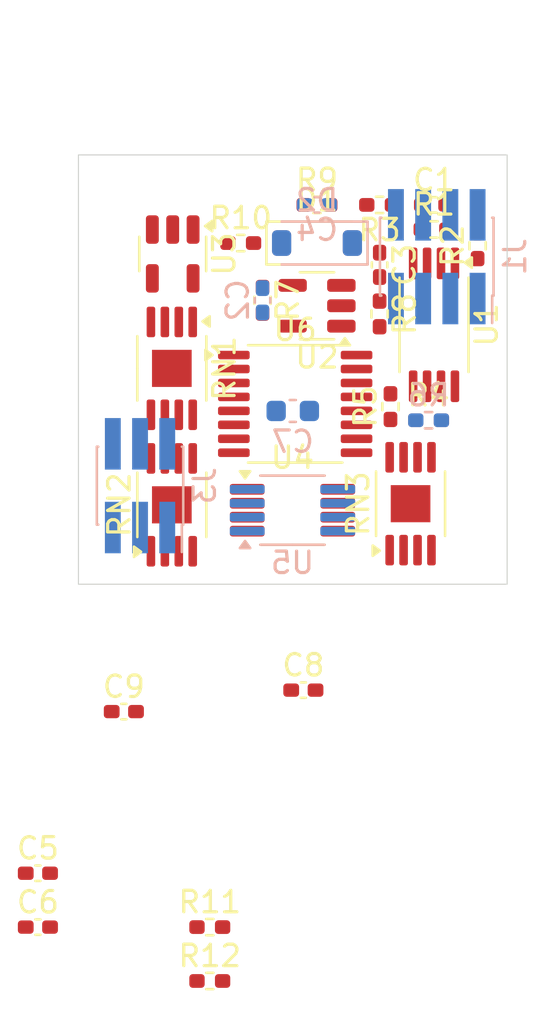
<source format=kicad_pcb>
(kicad_pcb (version 20241229) (generator "pcbnew") (generator_version "9.0")
  (layers (0 "F.Cu" signal) (2 "B.Cu" signal) (13 "F.Paste" user) (15 "B.Paste" user) (5 "F.SilkS" user "F.Silkscreen") (7 "B.SilkS" user "B.Silkscreen") (1 "F.Mask" user) (3 "B.Mask" user) (25 "Edge.Cuts" user))
  (net 0 "")
  (net 1 "Net-(U1-V-)")
  (net 2 "+3.3V")
  (net 3 "Net-(U2-V+)")
  (net 4 "GNDA")
  (net 5 "Net-(U2-V-)")
  (net 6 "Net-(D1-A)")
  (net 7 "Net-(D1-K)")
  (net 8 "Net-(U3-V+)")
  (net 9 "Net-(U3-V-)")
  (net 10 "Net-(U3--)")
  (net 11 "Net-(C7-Pad2)")
  (net 12 "VCC")
  (net 13 "VEE")
  (net 14 "/AD_ID")
  (net 15 "GNDD")
  (net 16 "/SW_VRH")
  (net 17 "/AD_IRP")
  (net 18 "/AD_IIN")
  (net 19 "/AD_CMP")
  (net 20 "/AD_IRN")
  (net 21 "/AD_IN")
  (net 22 "-7V")
  (net 23 "Net-(U1-+)")
  (net 24 "Net-(U1--)")
  (net 25 "Net-(R4-Pad1)")
  (net 26 "Net-(U1-BAL)")
  (net 27 "/AD_REF+")
  (net 28 "Net-(RN1-Pad6)")
  (net 29 "/AD_REF-")
  (net 30 "Net-(RN1-Pad5)")
  (net 31 "Net-(RN1-Pad7)")
  (net 32 "Net-(RN1-Pad1)")
  (net 33 "Net-(U4B--)")
  (net 34 "Net-(RN3-Pad1)")
  (net 35 "Net-(RN3-Pad2)")
  (net 36 "Net-(RN3-Pad7)")
  (footprint "Capacitor_SMD:C_0402_1005Metric_Pad0.74x0.62mm_HandSolder" (layer "F.Cu") (at 130.1085 115.464)
    (property "Reference" "C5" (at 0 -1.16 0) (layer "F.SilkS"))
    (property "Value" "0.1u")
    (fp_line (start -0.115835 -0.36) (end 0.115835 -0.36) (stroke (width 0.12)) (layer "F.SilkS"))
    (fp_line (start -0.115835 0.36) (end 0.115835 0.36) (stroke (width 0.12)) (layer "F.SilkS"))
    (pad "1" smd roundrect (at -0.5675 0) (size 0.735 0.62) (layers "F.Cu" "F.Mask" "F.Paste") (net 4 "GNDA"))
    (pad "2" smd roundrect (at 0.5675 0) (size 0.735 0.62) (layers "F.Cu" "F.Mask" "F.Paste") (net 8 "Net-(U3-V+)"))
  )
  (footprint "Diode_SMD:D_SOD-123" (layer "F.Cu") (at 143.129 86.106)
    (property "Reference" "D1" (at 0 -2 0) (layer "F.SilkS"))
    (property "Value" "BAV21W-E3-08")
    (fp_line (start -2.36 -1) (end -2.36 1) (stroke (width 0.12)) (layer "F.SilkS"))
    (fp_line (start -2.36 -1) (end 1.65 -1) (stroke (width 0.12)) (layer "F.SilkS"))
    (fp_line (start -2.36 1) (end 1.65 1) (stroke (width 0.12)) (layer "F.SilkS"))
    (pad "1" smd roundrect (at -1.65 0) (size 0.9 1.2) (layers "F.Cu" "F.Mask" "F.Paste") (net 7 "Net-(D1-K)"))
    (pad "2" smd roundrect (at 1.65 0) (size 0.9 1.2) (layers "F.Cu" "F.Mask" "F.Paste") (net 6 "Net-(D1-A)"))
  )
  (footprint "Resistor_SMD:R_0402_1005Metric_Pad0.72x0.64mm_HandSolder" (layer "F.Cu") (at 148.336 94.361)
    (property "Reference" "R4" (at 0 -1.17 0) (layer "F.SilkS"))
    (property "Value" "3k9/.1%")
    (fp_line (start -0.167621 -0.38) (end 0.167621 -0.38) (stroke (width 0.12)) (layer "F.SilkS"))
    (fp_line (start -0.167621 0.38) (end 0.167621 0.38) (stroke (width 0.12)) (layer "F.SilkS"))
    (pad "1" smd roundrect (at -0.5975 0) (size 0.715 0.64) (layers "F.Cu" "F.Mask" "F.Paste") (net 25 "Net-(R4-Pad1)"))
    (pad "2" smd roundrect (at 0.5975 0) (size 0.715 0.64) (layers "F.Cu" "F.Mask" "F.Paste") (net 19 "/AD_CMP"))
  )
  (footprint "Resistor_SMD:R_0402_1005Metric_Pad0.72x0.64mm_HandSolder" (layer "F.Cu") (at 138.1285 120.484)
    (property "Reference" "R12" (at 0 -1.17 0) (layer "F.SilkS"))
    (property "Value" "10")
    (fp_line (start -0.167621 -0.38) (end 0.167621 -0.38) (stroke (width 0.12)) (layer "F.SilkS"))
    (fp_line (start -0.167621 0.38) (end 0.167621 0.38) (stroke (width 0.12)) (layer "F.SilkS"))
    (pad "1" smd roundrect (at -0.5975 0) (size 0.715 0.64) (layers "F.Cu" "F.Mask" "F.Paste") (net 9 "Net-(U3-V-)"))
    (pad "2" smd roundrect (at 0.5975 0) (size 0.715 0.64) (layers "F.Cu" "F.Mask" "F.Paste") (net 13 "VEE"))
  )
  (footprint "Capacitor_SMD:C_0402_1005Metric_Pad0.74x0.62mm_HandSolder" (layer "F.Cu") (at 148.59 84.328)
    (property "Reference" "C1" (at 0 -1.16 0) (layer "F.SilkS"))
    (property "Value" "0.1u")
    (fp_line (start -0.115835 -0.36) (end 0.115835 -0.36) (stroke (width 0.12)) (layer "F.SilkS"))
    (fp_line (start -0.115835 0.36) (end 0.115835 0.36) (stroke (width 0.12)) (layer "F.SilkS"))
    (pad "1" smd roundrect (at -0.5675 0) (size 0.735 0.62) (layers "F.Cu" "F.Mask" "F.Paste") (net 1 "Net-(U1-V-)"))
    (pad "2" smd roundrect (at 0.5675 0) (size 0.735 0.62) (layers "F.Cu" "F.Mask" "F.Paste") (net 2 "+3.3V"))
  )
  (footprint "Package_SO:TSSOP-8_4.4x3mm_P0.65mm" (layer "F.Cu") (at 148.59 89.916 -90)
    (property "Reference" "U1" (at 0 -2.45 90) (layer "F.SilkS"))
    (property "Value" "LM311PWR")
    (fp_line (start 0 1.61) (end -2.2 1.61) (stroke (width 0.12)) (layer "F.SilkS"))
    (fp_line (start 0 1.61) (end 2.2 1.61) (stroke (width 0.12)) (layer "F.SilkS"))
    (fp_line (start 0 -1.61) (end -2.2 -1.61) (stroke (width 0.12)) (layer "F.SilkS"))
    (fp_line (start 0 -1.61) (end 2.2 -1.61) (stroke (width 0.12)) (layer "F.SilkS"))
    (fp_poly (pts (xy -2.9 -1.435) (xy -3.14 -1.765) (xy -2.66 -1.765)) (stroke (width 0.12)) (fill yes) (layer "F.SilkS"))
    (pad "1" smd roundrect (at -2.8625 -0.975 270) (size 1.475 0.4) (layers "F.Cu" "F.Mask" "F.Paste") (net 15 "GNDD"))
    (pad "2" smd roundrect (at -2.8625 -0.325 270) (size 1.475 0.4) (layers "F.Cu" "F.Mask" "F.Paste") (net 23 "Net-(U1-+)"))
    (pad "3" smd roundrect (at -2.8625 0.325 270) (size 1.475 0.4) (layers "F.Cu" "F.Mask" "F.Paste") (net 24 "Net-(U1--)"))
    (pad "4" smd roundrect (at -2.8625 0.975 270) (size 1.475 0.4) (layers "F.Cu" "F.Mask" "F.Paste") (net 1 "Net-(U1-V-)"))
    (pad "5" smd roundrect (at 2.8625 0.975 270) (size 1.475 0.4) (layers "F.Cu" "F.Mask" "F.Paste") (net 26 "Net-(U1-BAL)"))
    (pad "6" smd roundrect (at 2.8625 0.325 270) (size 1.475 0.4) (layers "F.Cu" "F.Mask" "F.Paste"))
    (pad "7" smd roundrect (at 2.8625 -0.325 270) (size 1.475 0.4) (layers "F.Cu" "F.Mask" "F.Paste") (net 19 "/AD_CMP"))
    (pad "8" smd roundrect (at 2.8625 -0.975 270) (size 1.475 0.4) (layers "F.Cu" "F.Mask" "F.Paste") (net 2 "+3.3V"))
  )
  (footprint "Resistor_SMD:R_0402_1005Metric_Pad0.72x0.64mm_HandSolder" (layer "F.Cu") (at 143.129 84.328)
    (property "Reference" "R9" (at 0 -1.17 0) (layer "F.SilkS"))
    (property "Value" "62k/.1%")
    (fp_line (start -0.167621 -0.38) (end 0.167621 -0.38) (stroke (width 0.12)) (layer "F.SilkS"))
    (fp_line (start -0.167621 0.38) (end 0.167621 0.38) (stroke (width 0.12)) (layer "F.SilkS"))
    (pad "1" smd roundrect (at -0.5975 0) (size 0.715 0.64) (layers "F.Cu" "F.Mask" "F.Paste") (net 7 "Net-(D1-K)"))
    (pad "2" smd roundrect (at 0.5975 0) (size 0.715 0.64) (layers "F.Cu" "F.Mask" "F.Paste") (net 6 "Net-(D1-A)"))
  )
  (footprint "Capacitor_SMD:C_0402_1005Metric_Pad0.74x0.62mm_HandSolder" (layer "F.Cu") (at 142.494 106.934)
    (property "Reference" "C8" (at 0 -1.16 0) (layer "F.SilkS"))
    (property "Value" "0.1u")
    (fp_line (start -0.115835 -0.36) (end 0.115835 -0.36) (stroke (width 0.12)) (layer "F.SilkS"))
    (fp_line (start -0.115835 0.36) (end 0.115835 0.36) (stroke (width 0.12)) (layer "F.SilkS"))
    (pad "1" smd roundrect (at -0.5675 0) (size 0.735 0.62) (layers "F.Cu" "F.Mask" "F.Paste") (net 4 "GNDA"))
    (pad "2" smd roundrect (at 0.5675 0) (size 0.735 0.62) (layers "F.Cu" "F.Mask" "F.Paste") (net 12 "VCC"))
  )
  (footprint "Capacitor_SMD:C_0402_1005Metric_Pad0.74x0.62mm_HandSolder" (layer "F.Cu") (at 130.1085 117.974)
    (property "Reference" "C6" (at 0 -1.16 0) (layer "F.SilkS"))
    (property "Value" "0.1u")
    (fp_line (start -0.115835 -0.36) (end 0.115835 -0.36) (stroke (width 0.12)) (layer "F.SilkS"))
    (fp_line (start -0.115835 0.36) (end 0.115835 0.36) (stroke (width 0.12)) (layer "F.SilkS"))
    (pad "1" smd roundrect (at -0.5675 0) (size 0.735 0.62) (layers "F.Cu" "F.Mask" "F.Paste") (net 4 "GNDA"))
    (pad "2" smd roundrect (at 0.5675 0) (size 0.735 0.62) (layers "F.Cu" "F.Mask" "F.Paste") (net 9 "Net-(U3-V-)"))
  )
  (footprint "Package_SO:MSOP-8-1EP_3x3mm_P0.65mm_EP1.73x1.85mm" (layer "F.Cu") (at 136.357 91.9445 -90)
    (property "Reference" "RN1" (at 0 -2.45 90) (layer "F.SilkS"))
    (property "Value" "LT5400-2")
    (fp_line (start 0 1.61) (end -1.5 1.61) (stroke (width 0.12)) (layer "F.SilkS"))
    (fp_line (start 0 1.61) (end 1.5 1.61) (stroke (width 0.12)) (layer "F.SilkS"))
    (fp_line (start 0 -1.61) (end -1.5 -1.61) (stroke (width 0.12)) (layer "F.SilkS"))
    (fp_line (start 0 -1.61) (end 1.5 -1.61) (stroke (width 0.12)) (layer "F.SilkS"))
    (fp_poly (pts (xy -2.1875 -1.435) (xy -2.4275 -1.765) (xy -1.9475 -1.765)) (stroke (width 0.12)) (fill yes) (layer "F.SilkS"))
    (pad "1" smd roundrect (at -2.1625 -0.975 270) (size 1.425 0.4) (layers "F.Cu" "F.Mask" "F.Paste") (net 32 "Net-(RN1-Pad1)"))
    (pad "2" smd roundrect (at -2.1625 -0.325 270) (size 1.425 0.4) (layers "F.Cu" "F.Mask" "F.Paste") (net 32 "Net-(RN1-Pad1)"))
    (pad "3" smd roundrect (at -2.1625 0.325 270) (size 1.425 0.4) (layers "F.Cu" "F.Mask" "F.Paste") (net 29 "/AD_REF-"))
    (pad "4" smd roundrect (at -2.1625 0.975 270) (size 1.425 0.4) (layers "F.Cu" "F.Mask" "F.Paste") (net 27 "/AD_REF+"))
    (pad "5" smd roundrect (at 2.1625 0.975 270) (size 1.425 0.4) (layers "F.Cu" "F.Mask" "F.Paste") (net 30 "Net-(RN1-Pad5)"))
    (pad "6" smd roundrect (at 2.1625 0.325 270) (size 1.425 0.4) (layers "F.Cu" "F.Mask" "F.Paste") (net 28 "Net-(RN1-Pad6)"))
    (pad "7" smd roundrect (at 2.1625 -0.325 270) (size 1.425 0.4) (layers "F.Cu" "F.Mask" "F.Paste") (net 31 "Net-(RN1-Pad7)"))
    (pad "8" smd roundrect (at 2.1625 -0.975 270) (size 1.425 0.4) (layers "F.Cu" "F.Mask" "F.Paste") (net 21 "/AD_IN"))
    (pad "9" smd rect (at 0 0 270) (size 1.73 1.85) (property pad_prop_heatsink) (layers "F.Cu" "F.Mask") (net 4 "GNDA"))
  )
  (footprint "Resistor_SMD:R_0402_1005Metric_Pad0.72x0.64mm_HandSolder" (layer "F.Cu") (at 146.558 93.726 90)
    (property "Reference" "R5" (at 0 -1.17 90) (layer "F.SilkS"))
    (property "Value" "39k/.1%")
    (fp_line (start -0.167621 -0.38) (end 0.167621 -0.38) (stroke (width 0.12)) (layer "F.SilkS"))
    (fp_line (start -0.167621 0.38) (end 0.167621 0.38) (stroke (width 0.12)) (layer "F.SilkS"))
    (pad "1" smd roundrect (at -0.5975 0 90) (size 0.715 0.64) (layers "F.Cu" "F.Mask" "F.Paste") (net 25 "Net-(R4-Pad1)"))
    (pad "2" smd roundrect (at 0.5975 0 90) (size 0.715 0.64) (layers "F.Cu" "F.Mask" "F.Paste") (net 26 "Net-(U1-BAL)"))
  )
  (footprint "Resistor_SMD:R_0402_1005Metric_Pad0.72x0.64mm_HandSolder" (layer "F.Cu") (at 146.05 84.328 180)
    (property "Reference" "R3" (at 0 -1.17 0) (layer "F.SilkS"))
    (property "Value" "10")
    (fp_line (start -0.167621 0.38) (end 0.167621 0.38) (stroke (width 0.12)) (layer "F.SilkS"))
    (fp_line (start -0.167621 -0.38) (end 0.167621 -0.38) (stroke (width 0.12)) (layer "F.SilkS"))
    (pad "1" smd roundrect (at -0.5975 0 180) (size 0.715 0.64) (layers "F.Cu" "F.Mask" "F.Paste") (net 1 "Net-(U1-V-)"))
    (pad "2" smd roundrect (at 0.5975 0 180) (size 0.715 0.64) (layers "F.Cu" "F.Mask" "F.Paste") (net 13 "VEE"))
  )
  (footprint "Capacitor_SMD:C_0402_1005Metric_Pad0.74x0.62mm_HandSolder" (layer "F.Cu") (at 134.1185 107.934)
    (property "Reference" "C9" (at 0 -1.16 0) (layer "F.SilkS"))
    (property "Value" "0.1u")
    (fp_line (start -0.115835 -0.36) (end 0.115835 -0.36) (stroke (width 0.12)) (layer "F.SilkS"))
    (fp_line (start -0.115835 0.36) (end 0.115835 0.36) (stroke (width 0.12)) (layer "F.SilkS"))
    (pad "1" smd roundrect (at -0.5675 0) (size 0.735 0.62) (layers "F.Cu" "F.Mask" "F.Paste") (net 4 "GNDA"))
    (pad "2" smd roundrect (at 0.5675 0) (size 0.735 0.62) (layers "F.Cu" "F.Mask" "F.Paste") (net 13 "VEE"))
  )
  (footprint "Package_SO:MSOP-8-1EP_3x3mm_P0.65mm_EP1.73x1.85mm" (layer "F.Cu") (at 147.495 98.249 90)
    (property "Reference" "RN3" (at 0 -2.45 90) (layer "F.SilkS"))
    (property "Value" "LT5400-6")
    (fp_line (start 0 -1.61) (end 1.5 -1.61) (stroke (width 0.12)) (layer "F.SilkS"))
    (fp_line (start 0 -1.61) (end -1.5 -1.61) (stroke (width 0.12)) (layer "F.SilkS"))
    (fp_line (start 0 1.61) (end 1.5 1.61) (stroke (width 0.12)) (layer "F.SilkS"))
    (fp_line (start 0 1.61) (end -1.5 1.61) (stroke (width 0.12)) (layer "F.SilkS"))
    (fp_poly (pts (xy -2.1875 -1.435) (xy -2.4275 -1.765) (xy -1.9475 -1.765)) (stroke (width 0.12)) (fill yes) (layer "F.SilkS"))
    (pad "1" smd roundrect (at -2.1625 -0.975 90) (size 1.425 0.4) (layers "F.Cu" "F.Mask" "F.Paste") (net 34 "Net-(RN3-Pad1)"))
    (pad "2" smd roundrect (at -2.1625 -0.325 90) (size 1.425 0.4) (layers "F.Cu" "F.Mask" "F.Paste") (net 35 "Net-(RN3-Pad2)"))
    (pad "3" smd roundrect (at -2.1625 0.325 90) (size 1.425 0.4) (layers "F.Cu" "F.Mask" "F.Paste") (net 35 "Net-(RN3-Pad2)"))
    (pad "4" smd roundrect (at -2.1625 0.975 90) (size 1.425 0.4) (layers "F.Cu" "F.Mask" "F.Paste") (net 34 "Net-(RN3-Pad1)"))
    (pad "5" smd roundrect (at 2.1625 0.975 90) (size 1.425 0.4) (layers "F.Cu" "F.Mask" "F.Paste") (net 22 "-7V"))
    (pad "6" smd roundrect (at 2.1625 0.325 90) (size 1.425 0.4) (layers "F.Cu" "F.Mask" "F.Paste") (net 4 "GNDA"))
    (pad "7" smd roundrect (at 2.1625 -0.325 90) (size 1.425 0.4) (layers "F.Cu" "F.Mask" "F.Paste") (net 36 "Net-(RN3-Pad7)"))
    (pad "8" smd roundrect (at 2.1625 -0.975 90) (size 1.425 0.4) (layers "F.Cu" "F.Mask" "F.Paste") (net 36 "Net-(RN3-Pad7)"))
    (pad "9" smd rect (at 0 0 90) (size 1.73 1.85) (property pad_prop_heatsink) (layers "F.Cu" "F.Mask") (net 4 "GNDA"))
  )
  (footprint "Resistor_SMD:R_0402_1005Metric_Pad0.72x0.64mm_HandSolder" (layer "F.Cu") (at 148.59 85.471)
    (property "Reference" "R1" (at 0 -1.17 0) (layer "F.SilkS"))
    (property "Value" "3k9/.1%")
    (fp_line (start -0.167621 -0.38) (end 0.167621 -0.38) (stroke (width 0.12)) (layer "F.SilkS"))
    (fp_line (start -0.167621 0.38) (end 0.167621 0.38) (stroke (width 0.12)) (layer "F.SilkS"))
    (pad "1" smd roundrect (at -0.5975 0) (size 0.715 0.64) (layers "F.Cu" "F.Mask" "F.Paste") (net 6 "Net-(D1-A)"))
    (pad "2" smd roundrect (at 0.5975 0) (size 0.715 0.64) (layers "F.Cu" "F.Mask" "F.Paste") (net 23 "Net-(U1-+)"))
  )
  (footprint "Package_TO_SOT_SMD:SOT-23-5" (layer "F.Cu") (at 136.398 86.614 -90)
    (property "Reference" "U3" (at 0 -2.4 90) (layer "F.SilkS"))
    (property "Value" "OPA140AIDBVT")
    (fp_line (start 0 1.56) (end -0.8 1.56) (stroke (width 0.12)) (layer "F.SilkS"))
    (fp_line (start 0 1.56) (end 0.8 1.56) (stroke (width 0.12)) (layer "F.SilkS"))
    (fp_line (start 0 -1.56) (end -0.8 -1.56) (stroke (width 0.12)) (layer "F.SilkS"))
    (fp_line (start 0 -1.56) (end 0.8 -1.56) (stroke (width 0.12)) (layer "F.SilkS"))
    (fp_poly (pts (xy -1.3 -1.51) (xy -1.54 -1.84) (xy -1.06 -1.84)) (stroke (width 0.12)) (fill yes) (layer "F.SilkS"))
    (pad "1" smd roundrect (at -1.1375 -0.95 270) (size 1.325 0.6) (layers "F.Cu" "F.Mask" "F.Paste") (net 11 "Net-(C7-Pad2)"))
    (pad "2" smd roundrect (at -1.1375 0 270) (size 1.325 0.6) (layers "F.Cu" "F.Mask" "F.Paste") (net 9 "Net-(U3-V-)"))
    (pad "3" smd roundrect (at -1.1375 0.95 270) (size 1.325 0.6) (layers "F.Cu" "F.Mask" "F.Paste") (net 4 "GNDA"))
    (pad "4" smd roundrect (at 1.1375 0.95 270) (size 1.325 0.6) (layers "F.Cu" "F.Mask" "F.Paste") (net 10 "Net-(U3--)"))
    (pad "5" smd roundrect (at 1.1375 -0.95 270) (size 1.325 0.6) (layers "F.Cu" "F.Mask" "F.Paste") (net 8 "Net-(U3-V+)"))
  )
  (footprint "Package_SO:TSSOP-16_4.4x5mm_P0.65mm" (layer "F.Cu") (at 142.113 93.599)
    (property "Reference" "U6" (at 0 -3.45 0) (layer "F.SilkS"))
    (property "Value" "DG211BDQ-T1-E3")
    (fp_line (start 0 -2.735) (end -2.2 -2.735) (stroke (width 0.12)) (layer "F.SilkS"))
    (fp_line (start 0 -2.735) (end 2.2 -2.735) (stroke (width 0.12)) (layer "F.SilkS"))
    (fp_line (start 0 2.735) (end -2.2 2.735) (stroke (width 0.12)) (layer "F.SilkS"))
    (fp_line (start 0 2.735) (end 2.2 2.735) (stroke (width 0.12)) (layer "F.SilkS"))
    (fp_poly (pts (xy -3.86 -2.275) (xy -4.19 -2.035) (xy -4.19 -2.515)) (stroke (width 0.12)) (fill yes) (layer "F.SilkS"))
    (pad "1" smd roundrect (at -2.8625 -2.275) (size 1.475 0.4) (layers "F.Cu" "F.Mask" "F.Paste") (net 18 "/AD_IIN"))
    (pad "2" smd roundrect (at -2.8625 -1.625) (size 1.475 0.4) (layers "F.Cu" "F.Mask" "F.Paste") (net 31 "Net-(RN1-Pad7)"))
    (pad "3" smd roundrect (at -2.8625 -0.975) (size 1.475 0.4) (layers "F.Cu" "F.Mask" "F.Paste") (net 10 "Net-(U3--)"))
    (pad "4" smd roundrect (at -2.8625 -0.325) (size 1.475 0.4) (layers "F.Cu" "F.Mask" "F.Paste") (net 13 "VEE"))
    (pad "5" smd roundrect (at -2.8625 0.325) (size 1.475 0.4) (layers "F.Cu" "F.Mask" "F.Paste") (net 4 "GNDA"))
    (pad "6" smd roundrect (at -2.8625 0.975) (size 1.475 0.4) (layers "F.Cu" "F.Mask" "F.Paste") (net 30 "Net-(RN1-Pad5)"))
    (pad "7" smd roundrect (at -2.8625 1.625) (size 1.475 0.4) (layers "F.Cu" "F.Mask" "F.Paste") (net 10 "Net-(U3--)"))
    (pad "8" smd roundrect (at -2.8625 2.275) (size 1.475 0.4) (layers "F.Cu" "F.Mask" "F.Paste") (net 20 "/AD_IRN"))
    (pad "9" smd roundrect (at 2.8625 2.275) (size 1.475 0.4) (layers "F.Cu" "F.Mask" "F.Paste") (net 17 "/AD_IRP"))
    (pad "10" smd roundrect (at 2.8625 1.625) (size 1.475 0.4) (layers "F.Cu" "F.Mask" "F.Paste") (net 10 "Net-(U3--)"))
    (pad "11" smd roundrect (at 2.8625 0.975) (size 1.475 0.4) (layers "F.Cu" "F.Mask" "F.Paste") (net 28 "Net-(RN1-Pad6)"))
    (pad "12" smd roundrect (at 2.8625 0.325) (size 1.475 0.4) (layers "F.Cu" "F.Mask" "F.Paste") (net 2 "+3.3V"))
    (pad "13" smd roundrect (at 2.8625 -0.325) (size 1.475 0.4) (layers "F.Cu" "F.Mask" "F.Paste") (net 12 "VCC"))
    (pad "14" smd roundrect (at 2.8625 -0.975) (size 1.475 0.4) (layers "F.Cu" "F.Mask" "F.Paste") (net 11 "Net-(C7-Pad2)"))
    (pad "15" smd roundrect (at 2.8625 -1.625) (size 1.475 0.4) (layers "F.Cu" "F.Mask" "F.Paste") (net 10 "Net-(U3--)"))
    (pad "16" smd roundrect (at 2.8625 -2.275) (size 1.475 0.4) (layers "F.Cu" "F.Mask" "F.Paste") (net 14 "/AD_ID"))
  )
  (footprint "Package_SO:VSSOP-8_3x3mm_P0.65mm" (layer "F.Cu") (at 141.986 98.552)
    (property "Reference" "U4" (at 0 -2.45 0) (layer "F.SilkS"))
    (property "Value" "OPA2192IDGKT")
    (fp_line (start 0 -1.61) (end -1.5 -1.61) (stroke (width 0.12)) (layer "F.SilkS"))
    (fp_line (start 0 -1.61) (end 1.5 -1.61) (stroke (width 0.12)) (layer "F.SilkS"))
    (fp_line (start 0 1.61) (end -1.5 1.61) (stroke (width 0.12)) (layer "F.SilkS"))
    (fp_line (start 0 1.61) (end 1.5 1.61) (stroke (width 0.12)) (layer "F.SilkS"))
    (fp_poly (pts (xy -2.2125 -1.485) (xy -2.4525 -1.815) (xy -1.9725 -1.815)) (stroke (width 0.12)) (fill yes) (layer "F.SilkS"))
    (pad "1" smd roundrect (at -2.1125 -0.975) (size 1.625 0.5) (layers "F.Cu" "F.Mask" "F.Paste") (net 29 "/AD_REF-"))
    (pad "2" smd roundrect (at -2.1125 -0.325) (size 1.625 0.5) (layers "F.Cu" "F.Mask" "F.Paste") (net 29 "/AD_REF-"))
    (pad "3" smd roundrect (at -2.1125 0.325) (size 1.625 0.5) (layers "F.Cu" "F.Mask" "F.Paste"))
    (pad "4" smd roundrect (at -2.1125 0.975) (size 1.625 0.5) (layers "F.Cu" "F.Mask" "F.Paste") (net 13 "VEE"))
    (pad "5" smd roundrect (at 2.1125 0.975) (size 1.625 0.5) (layers "F.Cu" "F.Mask" "F.Paste") (net 4 "GNDA"))
    (pad "6" smd roundrect (at 2.1125 0.325) (size 1.625 0.5) (layers "F.Cu" "F.Mask" "F.Paste") (net 33 "Net-(U4B--)"))
    (pad "7" smd roundrect (at 2.1125 -0.325) (size 1.625 0.5) (layers "F.Cu" "F.Mask" "F.Paste") (net 27 "/AD_REF+"))
    (pad "8" smd roundrect (at 2.1125 -0.975) (size 1.625 0.5) (layers "F.Cu" "F.Mask" "F.Paste") (net 12 "VCC"))
  )
  (footprint "Capacitor_SMD:C_0402_1005Metric_Pad0.74x0.62mm_HandSolder" (layer "F.Cu") (at 146.05 87.122 -90)
    (property "Reference" "C3" (at 0 -1.16 90) (layer "F.SilkS"))
    (property "Value" "0.1u")
    (fp_line (start -0.115835 0.36) (end 0.115835 0.36) (stroke (width 0.12)) (layer "F.SilkS"))
    (fp_line (start -0.115835 -0.36) (end 0.115835 -0.36) (stroke (width 0.12)) (layer "F.SilkS"))
    (pad "1" smd roundrect (at -0.5675 0 270) (size 0.735 0.62) (layers "F.Cu" "F.Mask" "F.Paste") (net 4 "GNDA"))
    (pad "2" smd roundrect (at 0.5675 0 270) (size 0.735 0.62) (layers "F.Cu" "F.Mask" "F.Paste") (net 5 "Net-(U2-V-)"))
  )
  (footprint "Package_TO_SOT_SMD:SOT-23-5" (layer "F.Cu") (at 143.129 89.027 180)
    (property "Reference" "U2" (at 0 -2.4 0) (layer "F.SilkS"))
    (property "Value" "OPA192IDBVT")
    (fp_line (start 0 1.56) (end 0.8 1.56) (stroke (width 0.12)) (layer "F.SilkS"))
    (fp_line (start 0 1.56) (end -0.8 1.56) (stroke (width 0.12)) (layer "F.SilkS"))
    (fp_line (start 0 -1.56) (end 0.8 -1.56) (stroke (width 0.12)) (layer "F.SilkS"))
    (fp_line (start 0 -1.56) (end -0.8 -1.56) (stroke (width 0.12)) (layer "F.SilkS"))
    (fp_poly (pts (xy -1.3 -1.51) (xy -1.54 -1.84) (xy -1.06 -1.84)) (stroke (width 0.12)) (fill yes) (layer "F.SilkS"))
    (pad "1" smd roundrect (at -1.1375 -0.95 180) (size 1.325 0.6) (layers "F.Cu" "F.Mask" "F.Paste") (net 6 "Net-(D1-A)"))
    (pad "2" smd roundrect (at -1.1375 0 180) (size 1.325 0.6) (layers "F.Cu" "F.Mask" "F.Paste") (net 5 "Net-(U2-V-)"))
    (pad "3" smd roundrect (at -1.1375 0.95 180) (size 1.325 0.6) (layers "F.Cu" "F.Mask" "F.Paste") (net 4 "GNDA"))
    (pad "4" smd roundrect (at 1.1375 0.95 180) (size 1.325 0.6) (layers "F.Cu" "F.Mask" "F.Paste") (net 7 "Net-(D1-K)"))
    (pad "5" smd roundrect (at 1.1375 -0.95 180) (size 1.325 0.6) (layers "F.Cu" "F.Mask" "F.Paste") (net 3 "Net-(U2-V+)"))
  )
  (footprint "Resistor_SMD:R_0402_1005Metric_Pad0.72x0.64mm_HandSolder" (layer "F.Cu") (at 139.573 86.106)
    (property "Reference" "R10" (at 0 -1.17 0) (layer "F.SilkS"))
    (property "Value" "12k/.1%")
    (fp_line (start -0.167621 -0.38) (end 0.167621 -0.38) (stroke (width 0.12)) (layer "F.SilkS"))
    (fp_line (start -0.167621 0.38) (end 0.167621 0.38) (stroke (width 0.12)) (layer "F.SilkS"))
    (pad "1" smd roundrect (at -0.5975 0) (size 0.715 0.64) (layers "F.Cu" "F.Mask" "F.Paste") (net 11 "Net-(C7-Pad2)"))
    (pad "2" smd roundrect (at 0.5975 0) (size 0.715 0.64) (layers "F.Cu" "F.Mask" "F.Paste") (net 7 "Net-(D1-K)"))
  )
  (footprint "Package_SO:MSOP-8-1EP_3x3mm_P0.65mm_EP1.73x1.85mm" (layer "F.Cu") (at 136.357 98.3015 90)
    (property "Reference" "RN2" (at 0 -2.45 90) (layer "F.SilkS"))
    (property "Value" "LT5400-1")
    (fp_line (start 0 -1.61) (end 1.5 -1.61) (stroke (width 0.12)) (layer "F.SilkS"))
    (fp_line (start 0 -1.61) (end -1.5 -1.61) (stroke (width 0.12)) (layer "F.SilkS"))
    (fp_line (start 0 1.61) (end 1.5 1.61) (stroke (width 0.12)) (layer "F.SilkS"))
    (fp_line (start 0 1.61) (end -1.5 1.61) (stroke (width 0.12)) (layer "F.SilkS"))
    (fp_poly (pts (xy -2.1875 -1.435) (xy -2.4275 -1.765) (xy -1.9475 -1.765)) (stroke (width 0.12)) (fill yes) (layer "F.SilkS"))
    (pad "1" smd roundrect (at -2.1625 -0.975 90) (size 1.425 0.4) (layers "F.Cu" "F.Mask" "F.Paste") (net 27 "/AD_REF+"))
    (pad "2" smd roundrect (at -2.1625 -0.325 90) (size 1.425 0.4) (layers "F.Cu" "F.Mask" "F.Paste") (net 27 "/AD_REF+"))
    (pad "3" smd roundrect (at -2.1625 0.325 90) (size 1.425 0.4) (layers "F.Cu" "F.Mask" "F.Paste") (net 29 "/AD_REF-"))
    (pad "4" smd roundrect (at -2.1625 0.975 90) (size 1.425 0.4) (layers "F.Cu" "F.Mask" "F.Paste") (net 29 "/AD_REF-"))
    (pad "5" smd roundrect (at 2.1625 0.975 90) (size 1.425 0.4) (layers "F.Cu" "F.Mask" "F.Paste") (net 33 "Net-(U4B--)"))
    (pad "6" smd roundrect (at 2.1625 0.325 90) (size 1.425 0.4) (layers "F.Cu" "F.Mask" "F.Paste") (net 33 "Net-(U4B--)"))
    (pad "7" smd roundrect (at 2.1625 -0.325 90) (size 1.425 0.4) (layers "F.Cu" "F.Mask" "F.Paste") (net 33 "Net-(U4B--)"))
    (pad "8" smd roundrect (at 2.1625 -0.975 90) (size 1.425 0.4) (layers "F.Cu" "F.Mask" "F.Paste") (net 33 "Net-(U4B--)"))
    (pad "9" smd rect (at 0 0 90) (size 1.73 1.85) (property pad_prop_heatsink) (layers "F.Cu" "F.Mask") (net 4 "GNDA"))
  )
  (footprint "Resistor_SMD:R_0402_1005Metric_Pad0.72x0.64mm_HandSolder" (layer "F.Cu") (at 138.1285 117.974)
    (property "Reference" "R11" (at 0 -1.17 0) (layer "F.SilkS"))
    (property "Value" "10")
    (fp_line (start -0.167621 -0.38) (end 0.167621 -0.38) (stroke (width 0.12)) (layer "F.SilkS"))
    (fp_line (start -0.167621 0.38) (end 0.167621 0.38) (stroke (width 0.12)) (layer "F.SilkS"))
    (pad "1" smd roundrect (at -0.5975 0) (size 0.715 0.64) (layers "F.Cu" "F.Mask" "F.Paste") (net 12 "VCC"))
    (pad "2" smd roundrect (at 0.5975 0) (size 0.715 0.64) (layers "F.Cu" "F.Mask" "F.Paste") (net 8 "Net-(U3-V+)"))
  )
  (footprint "Resistor_SMD:R_0402_1005Metric_Pad0.72x0.64mm_HandSolder" (layer "F.Cu") (at 150.622 86.233 90)
    (property "Reference" "R2" (at 0 -1.17 90) (layer "F.SilkS"))
    (property "Value" "620/.1%")
    (fp_line (start -0.167621 -0.38) (end 0.167621 -0.38) (stroke (width 0.12)) (layer "F.SilkS"))
    (fp_line (start -0.167621 0.38) (end 0.167621 0.38) (stroke (width 0.12)) (layer "F.SilkS"))
    (pad "1" smd roundrect (at -0.5975 0 90) (size 0.715 0.64) (layers "F.Cu" "F.Mask" "F.Paste") (net 24 "Net-(U1--)"))
    (pad "2" smd roundrect (at 0.5975 0 90) (size 0.715 0.64) (layers "F.Cu" "F.Mask" "F.Paste") (net 4 "GNDA"))
  )
  (footprint "Resistor_SMD:R_0402_1005Metric_Pad0.72x0.64mm_HandSolder" (layer "F.Cu") (at 140.589 88.773 -90)
    (property "Reference" "R7" (at 0 -1.17 90) (layer "F.SilkS"))
    (property "Value" "10")
    (fp_line (start -0.167621 0.38) (end 0.167621 0.38) (stroke (width 0.12)) (layer "F.SilkS"))
    (fp_line (start -0.167621 -0.38) (end 0.167621 -0.38) (stroke (width 0.12)) (layer "F.SilkS"))
    (pad "1" smd roundrect (at -0.5975 0 270) (size 0.715 0.64) (layers "F.Cu" "F.Mask" "F.Paste") (net 12 "VCC"))
    (pad "2" smd roundrect (at 0.5975 0 270) (size 0.715 0.64) (layers "F.Cu" "F.Mask" "F.Paste") (net 3 "Net-(U2-V+)"))
  )
  (footprint "Resistor_SMD:R_0402_1005Metric_Pad0.72x0.64mm_HandSolder" (layer "F.Cu") (at 146.05 89.408 -90)
    (property "Reference" "R8" (at 0 -1.17 90) (layer "F.SilkS"))
    (property "Value" "10")
    (fp_line (start -0.167621 0.38) (end 0.167621 0.38) (stroke (width 0.12)) (layer "F.SilkS"))
    (fp_line (start -0.167621 -0.38) (end 0.167621 -0.38) (stroke (width 0.12)) (layer "F.SilkS"))
    (pad "1" smd roundrect (at -0.5975 0 270) (size 0.715 0.64) (layers "F.Cu" "F.Mask" "F.Paste") (net 5 "Net-(U2-V-)"))
    (pad "2" smd roundrect (at 0.5975 0 270) (size 0.715 0.64) (layers "F.Cu" "F.Mask" "F.Paste") (net 13 "VEE"))
  )
  (footprint "Diode_SMD:D_SOD-123" (layer "B.Cu") (at 143.129 86.106 180)
    (property "Reference" "D2" (at 0 2 0) (layer "B.SilkS") (effects (justify mirror)))
    (property "Value" "BAV21W-E3-08")
    (fp_line (start -2.36 1) (end 1.65 1) (stroke (width 0.12)) (layer "B.SilkS"))
    (fp_line (start -2.36 1) (end -2.36 -1) (stroke (width 0.12)) (layer "B.SilkS"))
    (fp_line (start -2.36 -1) (end 1.65 -1) (stroke (width 0.12)) (layer "B.SilkS"))
    (pad "1" smd roundrect (at -1.65 0 180) (size 0.9 1.2) (layers "B.Cu" "B.Mask" "B.Paste") (net 6 "Net-(D1-A)"))
    (pad "2" smd roundrect (at 1.65 0 180) (size 0.9 1.2) (layers "B.Cu" "B.Mask" "B.Paste") (net 7 "Net-(D1-K)"))
  )
  (footprint "Capacitor_SMD:C_0402_1005Metric_Pad0.74x0.62mm_HandSolder" (layer "B.Cu") (at 143.129 84.328)
    (property "Reference" "C4" (at 0 1.16 0) (layer "B.SilkS") (effects (justify mirror)))
    (property "Value" "33p")
    (fp_line (start -0.115835 -0.36) (end 0.115835 -0.36) (stroke (width 0.12)) (layer "B.SilkS"))
    (fp_line (start -0.115835 0.36) (end 0.115835 0.36) (stroke (width 0.12)) (layer "B.SilkS"))
    (pad "1" smd roundrect (at -0.5675 0) (size 0.735 0.62) (layers "B.Cu" "B.Mask" "B.Paste") (net 7 "Net-(D1-K)"))
    (pad "2" smd roundrect (at 0.5675 0) (size 0.735 0.62) (layers "B.Cu" "B.Mask" "B.Paste") (net 6 "Net-(D1-A)"))
  )
  (footprint "Capacitor_SMD:C_0603_1608Metric" (layer "B.Cu") (at 142 93.928)
    (property "Reference" "C7" (at 0 1.43 0) (layer "B.SilkS") (effects (justify mirror)))
    (property "Value" "2n2")
    (fp_line (start -0.14058 -0.51) (end 0.14058 -0.51) (stroke (width 0.12)) (layer "B.SilkS"))
    (fp_line (start -0.14058 0.51) (end 0.14058 0.51) (stroke (width 0.12)) (layer "B.SilkS"))
    (pad "1" smd roundrect (at -0.775 0) (size 0.9 0.95) (layers "B.Cu" "B.Mask" "B.Paste") (net 10 "Net-(U3--)"))
    (pad "2" smd roundrect (at 0.775 0) (size 0.9 0.95) (layers "B.Cu" "B.Mask" "B.Paste") (net 11 "Net-(C7-Pad2)"))
  )
  (footprint "Connector_PinHeader_1.27mm:PinHeader_2x04_P1.27mm_Vertical_SMD" (layer "B.Cu") (at 148.717 86.741 90)
    (property "Reference" "J1" (at 0 3.65 90) (layer "B.SilkS") (effects (justify mirror)))
    (property "Value" "Conn_02x04_Counter_Clockwise")
    (fp_line (start -1.815 -2.65) (end 1.815 -2.65) (stroke (width 0.12)) (layer "B.SilkS"))
    (fp_line (start 1.815 -2.585) (end 1.815 -2.65) (stroke (width 0.12)) (layer "B.SilkS"))
    (fp_line (start -1.815 -2.585) (end -1.815 -2.65) (stroke (width 0.12)) (layer "B.SilkS"))
    (fp_line (start -3.09 2.585) (end -1.815 2.585) (stroke (width 0.12)) (layer "B.SilkS"))
    (fp_line (start 1.815 2.65) (end 1.815 2.585) (stroke (width 0.12)) (layer "B.SilkS"))
    (fp_line (start -1.815 2.65) (end -1.815 2.585) (stroke (width 0.12)) (layer "B.SilkS"))
    (fp_line (start -1.815 2.65) (end 1.815 2.65) (stroke (width 0.12)) (layer "B.SilkS"))
    (pad "1" smd rect (at -1.95 1.905 90) (size 2.4 0.74) (layers "B.Cu" "B.Mask" "B.Paste") (net 15 "GNDD"))
    (pad "2" smd rect (at 1.95 1.905 90) (size 2.4 0.74) (layers "B.Cu" "B.Mask" "B.Paste") (net 20 "/AD_IRN"))
    (pad "3" smd rect (at -1.95 0.635 90) (size 2.4 0.74) (layers "B.Cu" "B.Mask" "B.Paste") (net 14 "/AD_ID"))
    (pad "4" smd rect (at 1.95 0.635 90) (size 2.4 0.74) (layers "B.Cu" "B.Mask" "B.Paste") (net 18 "/AD_IIN"))
    (pad "5" smd rect (at -1.95 -0.635 90) (size 2.4 0.74) (layers "B.Cu" "B.Mask" "B.Paste") (net 16 "/SW_VRH"))
    (pad "6" smd rect (at 1.95 -0.635 90) (size 2.4 0.74) (layers "B.Cu" "B.Mask" "B.Paste") (net 17 "/AD_IRP"))
    (pad "7" smd rect (at -1.95 -1.905 90) (size 2.4 0.74) (layers "B.Cu" "B.Mask" "B.Paste") (net 19 "/AD_CMP"))
    (pad "8" smd rect (at 1.95 -1.905 90) (size 2.4 0.74) (layers "B.Cu" "B.Mask" "B.Paste") (net 2 "+3.3V"))
  )
  (footprint "Capacitor_SMD:C_0402_1005Metric_Pad0.74x0.62mm_HandSolder" (layer "B.Cu") (at 140.589 88.773 -90)
    (property "Reference" "C2" (at 0 1.16 90) (layer "B.SilkS") (effects (justify mirror)))
    (property "Value" "0.1u")
    (fp_line (start -0.115835 0.36) (end 0.115835 0.36) (stroke (width 0.12)) (layer "B.SilkS"))
    (fp_line (start -0.115835 -0.36) (end 0.115835 -0.36) (stroke (width 0.12)) (layer "B.SilkS"))
    (pad "1" smd roundrect (at -0.5675 0 270) (size 0.735 0.62) (layers "B.Cu" "B.Mask" "B.Paste") (net 4 "GNDA"))
    (pad "2" smd roundrect (at 0.5675 0 270) (size 0.735 0.62) (layers "B.Cu" "B.Mask" "B.Paste") (net 3 "Net-(U2-V+)"))
  )
  (footprint "Connector_PinHeader_1.27mm:PinHeader_2x03_P1.27mm_Vertical_SMD" (layer "B.Cu") (at 134.874 97.409 90)
    (property "Reference" "J3" (at 0 3.015 90) (layer "B.SilkS") (effects (justify mirror)))
    (property "Value" "Conn_02x03_Counter_Clockwise")
    (fp_line (start -1.815 -2.015) (end 1.815 -2.015) (stroke (width 0.12)) (layer "B.SilkS"))
    (fp_line (start 1.815 -1.95) (end 1.815 -2.015) (stroke (width 0.12)) (layer "B.SilkS"))
    (fp_line (start -1.815 -1.95) (end -1.815 -2.015) (stroke (width 0.12)) (layer "B.SilkS"))
    (fp_line (start -3.09 1.95) (end -1.815 1.95) (stroke (width 0.12)) (layer "B.SilkS"))
    (fp_line (start 1.815 2.015) (end 1.815 1.95) (stroke (width 0.12)) (layer "B.SilkS"))
    (fp_line (start -1.815 2.015) (end -1.815 1.95) (stroke (width 0.12)) (layer "B.SilkS"))
    (fp_line (start -1.815 2.015) (end 1.815 2.015) (stroke (width 0.12)) (layer "B.SilkS"))
    (pad "1" smd rect (at -1.95 1.27 90) (size 2.4 0.74) (layers "B.Cu" "B.Mask" "B.Paste") (net 4 "GNDA"))
    (pad "2" smd rect (at 1.95 1.27 90) (size 2.4 0.74) (layers "B.Cu" "B.Mask" "B.Paste") (net 21 "/AD_IN"))
    (pad "3" smd rect (at -1.95 0 90) (size 2.4 0.74) (layers "B.Cu" "B.Mask" "B.Paste") (net 4 "GNDA"))
    (pad "4" smd rect (at 1.95 0 90) (size 2.4 0.74) (layers "B.Cu" "B.Mask" "B.Paste") (net 12 "VCC"))
    (pad "5" smd rect (at -1.95 -1.27 90) (size 2.4 0.74) (layers "B.Cu" "B.Mask" "B.Paste") (net 13 "VEE"))
    (pad "6" smd rect (at 1.95 -1.27 90) (size 2.4 0.74) (layers "B.Cu" "B.Mask" "B.Paste") (net 22 "-7V"))
  )
  (footprint "Resistor_SMD:R_0402_1005Metric_Pad0.72x0.64mm_HandSolder" (layer "B.Cu") (at 148.336 94.361 180)
    (property "Reference" "R6" (at 0 1.17 0) (layer "B.SilkS") (effects (justify mirror)))
    (property "Value" "62/.1%")
    (fp_line (start -0.167621 0.38) (end 0.167621 0.38) (stroke (width 0.12)) (layer "B.SilkS"))
    (fp_line (start -0.167621 -0.38) (end 0.167621 -0.38) (stroke (width 0.12)) (layer "B.SilkS"))
    (pad "1" smd roundrect (at -0.5975 0 180) (size 0.715 0.64) (layers "B.Cu" "B.Mask" "B.Paste") (net 2 "+3.3V"))
    (pad "2" smd roundrect (at 0.5975 0 180) (size 0.715 0.64) (layers "B.Cu" "B.Mask" "B.Paste") (net 25 "Net-(R4-Pad1)"))
  )
  (footprint "Package_SO:MSOP-8_3x3mm_P0.65mm" (layer "B.Cu") (at 141.986 98.552)
    (property "Reference" "U5" (at 0 2.45 0) (layer "B.SilkS") (effects (justify mirror)))
    (property "Value" "DG419LEUA")
    (fp_line (start 0 -1.61) (end -1.5 -1.61) (stroke (width 0.12)) (layer "B.SilkS"))
    (fp_line (start 0 -1.61) (end 1.5 -1.61) (stroke (width 0.12)) (layer "B.SilkS"))
    (fp_line (start 0 1.61) (end -1.5 1.61) (stroke (width 0.12)) (layer "B.SilkS"))
    (fp_line (start 0 1.61) (end 1.5 1.61) (stroke (width 0.12)) (layer "B.SilkS"))
    (fp_poly (pts (xy -2.2125 1.435) (xy -2.4525 1.765) (xy -1.9725 1.765)) (stroke (width 0.12)) (fill yes) (layer "B.SilkS"))
    (pad "1" smd roundrect (at -2.1125 0.975) (size 1.625 0.4) (layers "B.Cu" "B.Mask" "B.Paste"))
    (pad "2" smd roundrect (at -2.1125 0.325) (size 1.625 0.4) (layers "B.Cu" "B.Mask" "B.Paste") (net 36 "Net-(RN3-Pad7)"))
    (pad "3" smd roundrect (at -2.1125 -0.325) (size 1.625 0.4) (layers "B.Cu" "B.Mask" "B.Paste") (net 4 "GNDA"))
    (pad "4" smd roundrect (at -2.1125 -0.975) (size 1.625 0.4) (layers "B.Cu" "B.Mask" "B.Paste") (net 12 "VCC"))
    (pad "5" smd roundrect (at 2.1125 -0.975) (size 1.625 0.4) (layers "B.Cu" "B.Mask" "B.Paste") (net 2 "+3.3V"))
    (pad "6" smd roundrect (at 2.1125 -0.325) (size 1.625 0.4) (layers "B.Cu" "B.Mask" "B.Paste") (net 16 "/SW_VRH"))
    (pad "7" smd roundrect (at 2.1125 0.325) (size 1.625 0.4) (layers "B.Cu" "B.Mask" "B.Paste") (net 13 "VEE"))
    (pad "8" smd roundrect (at 2.1125 0.975) (size 1.625 0.4) (layers "B.Cu" "B.Mask" "B.Paste") (net 22 "-7V"))
  )
  (gr_rect (start 132 82) (end 152 102) (stroke (width 0.05)) (fill no) (layer "Edge.Cuts"))
)
</source>
